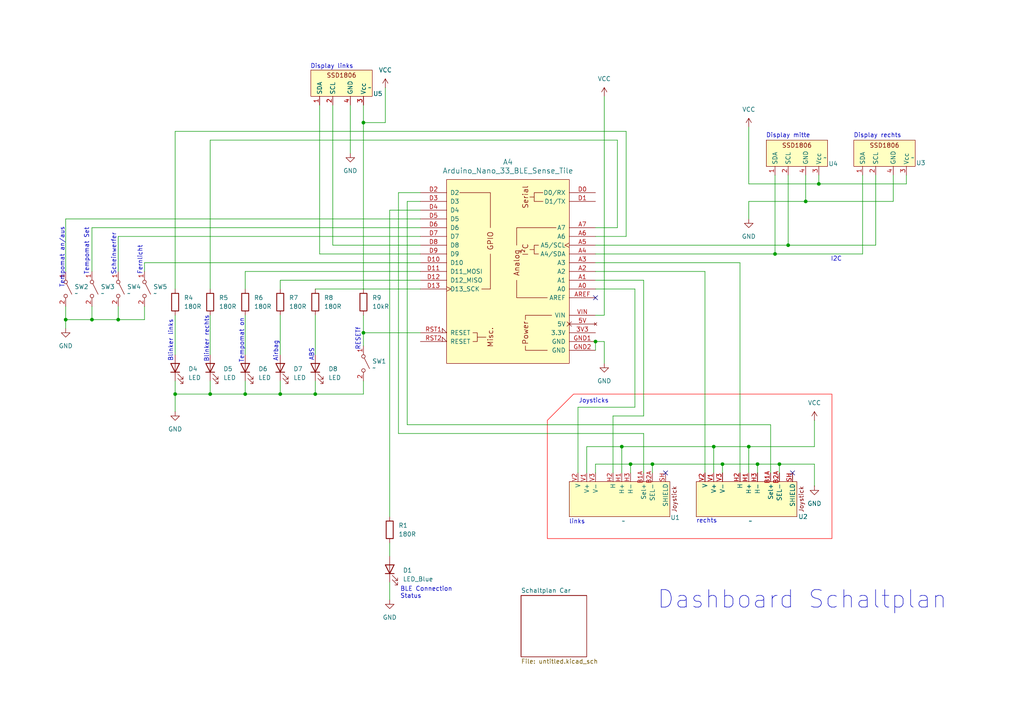
<source format=kicad_sch>
(kicad_sch (version 20250114) (generator "eeschema") (generator_version "9.0")
  (paper "A4")
  (lib_symbols
    (symbol "Device:LED" (pin_numbers (hide yes)) (pin_names (offset 1.016) (hide yes))
      (property "Reference" "D" (at 0 2.54 0))
      (property "Value" "LED" (at 0 -2.54 0))
      (symbol "LED_0_1"
        (polyline (pts (xy -3.048 -0.762) (xy -4.572 -2.286) (xy -3.81 -2.286) (xy -4.572 -2.286) (xy -4.572 -1.524)))
        (polyline (pts (xy -1.778 -0.762) (xy -3.302 -2.286) (xy -2.54 -2.286) (xy -3.302 -2.286) (xy -3.302 -1.524)))
        (polyline (pts (xy -1.27 0) (xy 1.27 0)))
        (polyline (pts (xy -1.27 -1.27) (xy -1.27 1.27)) (stroke (width 0.254)))
        (polyline (pts (xy 1.27 -1.27) (xy 1.27 1.27) (xy -1.27 0) (xy 1.27 -1.27)) (stroke (width 0.254)))
      )
      (symbol "LED_1_1"
        (pin passive line (at -3.81 0 0) (length 2.54) (name "K") (number "1"))
        (pin passive line (at 3.81 0 180) (length 2.54) (name "A") (number "2"))
      )
    )
    (symbol "Device:R" (pin_numbers (hide yes)) (pin_names (offset 0))
      (property "Reference" "R" (at 2.032 0 90))
      (property "Value" "R" (at 0 0 90))
      (symbol "R_0_1"
        (rectangle (start -1.016 -2.54) (end 1.016 2.54) (stroke (width 0.254)))
      )
      (symbol "R_1_1"
        (pin passive line (at 0 3.81 270) (length 1.27) (name "~") (number "1"))
        (pin passive line (at 0 -3.81 90) (length 1.27) (name "~") (number "2"))
      )
    )
    (symbol "SSD1806_2"
      (property "Reference" "U" (at 9.652 -3.048 0))
      (symbol "SSD1806_2_1_1"
        (rectangle (start -8.89 3.81) (end 8.89 -3.81) (fill (type background)))
        (text "SSD1806\n" (at 0 2.286 0) (effects (font (size 1.27 1.27))))
        (pin input line (at -6.35 -6.35 90) (length 2.54) (name "SDA") (number "1"))
        (pin input line (at -2.54 -6.35 90) (length 2.54) (name "SCL") (number "2"))
        (pin input line (at 2.54 -6.35 90) (length 2.54) (name "GND") (number "4"))
        (pin input line (at 6.35 -6.35 90) (length 2.54) (name "Vcc") (number "3"))
      )
    )
    (symbol "Switch:SW_SPST" (pin_names (offset 0) (hide yes))
      (property "Reference" "SW" (at 0 3.175 0))
      (property "Value" "SW_SPST" (at 0 -2.54 0))
      (symbol "SW_SPST_0_0"
        (circle (center -2.032 0) (radius 0.508))
        (polyline (pts (xy -1.524 0.254) (xy 1.524 1.778)))
        (circle (center 2.032 0) (radius 0.508))
      )
      (symbol "SW_SPST_1_1"
        (pin passive line (at -5.08 0 0) (length 2.54) (name "A") (number "1"))
        (pin passive line (at 5.08 0 180) (length 2.54) (name "B") (number "2"))
      )
    )
    (symbol "arduino-library:Arduino_Nano_33_BLE_Sense_Tile" (pin_names (offset 1.016))
      (property "Reference" "A" (at 0 33.02 0))
      (property "Value" "Arduino_Nano_33_BLE_Sense_Tile" (at 0 29.21 0))
      (symbol "Arduino_Nano_33_BLE_Sense_Tile_0_0"
        (rectangle (start -17.78 26.67) (end 17.78 -26.67) (fill (type background)))
        (polyline (pts (xy -11.43 -22.86) (xy -5.08 -22.86) (xy -5.08 -21.59)))
        (polyline (pts (xy -10.16 22.86) (xy -7.62 22.86) (xy -7.62 20.32) (xy -10.16 20.32)))
        (polyline (pts (xy -8.89 7.62) (xy -7.62 7.62) (xy -7.62 5.08) (xy -8.89 5.08)))
        (polyline (pts (xy -7.62 21.59) (xy -6.35 21.59)))
        (polyline (pts (xy -7.62 6.35) (xy -6.35 6.35)))
        (polyline (pts (xy -5.08 -13.97) (xy -5.08 -12.7) (xy -12.7 -12.7)))
        (polyline (pts (xy 8.89 -19.05) (xy 6.35 -19.05)))
        (text "Serial" (at -5.08 21.59 900) (effects (font (size 1.524 1.524))))
        (text "I²C" (at -5.08 6.35 900) (effects (font (size 1.524 1.524))))
        (text "Power" (at -5.08 -17.78 900) (effects (font (size 1.524 1.524))))
        (text "Analog" (at -2.54 2.54 900) (effects (font (size 1.524 1.524))))
        (text "Misc." (at 5.08 -19.05 900) (effects (font (size 1.524 1.524))))
      )
      (symbol "Arduino_Nano_33_BLE_Sense_Tile_0_1"
        (polyline (pts (xy -13.97 12.7) (xy -2.54 12.7) (xy -2.54 7.62)))
        (polyline (pts (xy -11.43 -7.62) (xy -2.54 -7.62) (xy -2.54 -2.54)))
        (polyline (pts (xy 7.62 -5.08) (xy 5.08 -5.08) (xy 5.08 5.08)))
        (polyline (pts (xy 10.16 -17.78) (xy 8.89 -17.78) (xy 8.89 -20.32) (xy 10.16 -20.32)))
        (polyline (pts (xy 13.97 22.86) (xy 5.08 22.86) (xy 5.08 12.7)))
      )
      (symbol "Arduino_Nano_33_BLE_Sense_Tile_1_0"
        (text "GPIO" (at 5.08 8.89 900) (effects (font (size 1.524 1.524))))
      )
      (symbol "Arduino_Nano_33_BLE_Sense_Tile_1_1"
        (pin bidirectional line (at -25.4 22.86 0) (length 7.62) (name "D0/RX") (number "D0"))
        (pin bidirectional line (at -25.4 20.32 0) (length 7.62) (name "D1/TX") (number "D1"))
        (pin input line (at -25.4 12.7 0) (length 7.62) (name "A7") (number "A7"))
        (pin input line (at -25.4 10.16 0) (length 7.62) (name "A6") (number "A6"))
        (pin bidirectional clock (at -25.4 7.62 0) (length 7.62) (name "A5/SCL") (number "A5"))
        (pin bidirectional line (at -25.4 5.08 0) (length 7.62) (name "A4/SDA") (number "A4"))
        (pin bidirectional line (at -25.4 2.54 0) (length 7.62) (name "A3") (number "A3"))
        (pin bidirectional line (at -25.4 0 0) (length 7.62) (name "A2") (number "A2"))
        (pin bidirectional line (at -25.4 -2.54 0) (length 7.62) (name "A1") (number "A1"))
        (pin bidirectional line (at -25.4 -5.08 0) (length 7.62) (name "A0") (number "A0"))
        (pin input line (at -25.4 -7.62 0) (length 7.62) (name "AREF") (number "AREF"))
        (pin power_in line (at -25.4 -12.7 0) (length 7.62) (name "VIN") (number "VIN"))
        (pin no_connect non_logic (at -25.4 -15.24 0) (length 7.62) (name "5V") (number "5V"))
        (pin power_in line (at -25.4 -17.78 0) (length 7.62) (name "3.3V") (number "3V3"))
        (pin power_in line (at -25.4 -20.32 0) (length 7.62) (name "GND") (number "GND1"))
        (pin power_in line (at -25.4 -22.86 0) (length 7.62) (name "GND") (number "GND2"))
        (pin bidirectional line (at 25.4 22.86 180) (length 7.62) (name "D2") (number "D2"))
        (pin bidirectional line (at 25.4 20.32 180) (length 7.62) (name "D3") (number "D3"))
        (pin bidirectional line (at 25.4 17.78 180) (length 7.62) (name "D4") (number "D4"))
        (pin bidirectional line (at 25.4 15.24 180) (length 7.62) (name "D5") (number "D5"))
        (pin bidirectional line (at 25.4 12.7 180) (length 7.62) (name "D6") (number "D6"))
        (pin bidirectional line (at 25.4 10.16 180) (length 7.62) (name "D7") (number "D7"))
        (pin bidirectional line (at 25.4 7.62 180) (length 7.62) (name "D8") (number "D8"))
        (pin bidirectional line (at 25.4 5.08 180) (length 7.62) (name "D9") (number "D9"))
        (pin bidirectional line (at 25.4 2.54 180) (length 7.62) (name "D10") (number "D10"))
        (pin bidirectional line (at 25.4 0 180) (length 7.62) (name "D11_MOSI") (number "D11"))
        (pin bidirectional line (at 25.4 -2.54 180) (length 7.62) (name "D12_MISO") (number "D12"))
        (pin bidirectional clock (at 25.4 -5.08 180) (length 7.62) (name "D13_SCK") (number "D13"))
        (pin open_collector input_low (at 25.4 -17.78 180) (length 7.62) (name "RESET") (number "RST1"))
        (pin open_collector input_low (at 25.4 -20.32 180) (length 7.62) (name "RESET") (number "RST2"))
      )
    )
    (symbol "es_custom_symbols:Joystick"
      (property "Reference" "U" (at -3.048 7.366 0))
      (symbol "Joystick_1_1"
        (rectangle (start -3.81 6.35) (end 6.35 -22.86) (fill (type background)))
        (text "Joystick" (at 1.27 -24.13 0) (effects (font (size 1.27 1.27))))
        (pin output line (at -6.35 3.81 0) (length 2.54) (name "V") (number "V2"))
        (pin power_in line (at -6.35 1.27 0) (length 2.54) (name "V+") (number "V1"))
        (pin input line (at -6.35 -1.27 0) (length 2.54) (name "V-") (number "V3"))
        (pin output line (at -6.35 -6.35 0) (length 2.54) (name "H") (number "H2"))
        (pin power_in line (at -6.35 -8.89 0) (length 2.54) (name "H+") (number "H1"))
        (pin input line (at -6.35 -11.43 0) (length 2.54) (name "H-") (number "H3"))
        (pin input line (at -6.35 -15.24 0) (length 2.54) (name "Sel+") (number "B1A"))
        (pin input line (at -6.35 -17.78 0) (length 2.54) (name "SEL-") (number "B2A"))
        (pin input line (at -6.35 -21.59 0) (length 2.54) (name "SHIELD") (number "SH"))
      )
    )
    (symbol "es_custom_symbols:SSD1806"
      (property "Reference" "U" (at 9.652 -3.048 0))
      (symbol "SSD1806_1_1"
        (rectangle (start -8.89 3.81) (end 8.89 -3.81) (fill (type background)))
        (text "SSD1806\n" (at 0 2.286 0) (effects (font (size 1.27 1.27))))
        (pin input line (at -6.35 -6.35 90) (length 2.54) (name "SDA") (number "1"))
        (pin input line (at -2.54 -6.35 90) (length 2.54) (name "SCL") (number "2"))
        (pin input line (at 2.54 -6.35 90) (length 2.54) (name "GND") (number "4"))
        (pin input line (at 6.35 -6.35 90) (length 2.54) (name "Vcc") (number "3"))
      )
    )
    (symbol "power:GND" (power) (pin_numbers (hide yes)) (pin_names (offset 0) (hide yes))
      (property "Value" "GND" (at 0 -3.81 0))
      (symbol "GND_0_1"
        (polyline (pts (xy 0 0) (xy 0 -1.27) (xy 1.27 -1.27) (xy 0 -2.54) (xy -1.27 -1.27) (xy 0 -1.27)))
      )
      (symbol "GND_1_1"
        (pin power_in line (at 0 0 270) (length 0) (name "~") (number "1"))
      )
    )
    (symbol "power:VCC" (power) (pin_numbers (hide yes)) (pin_names (offset 0) (hide yes))
      (property "Value" "VCC" (at 0 3.556 0))
      (symbol "VCC_0_1"
        (polyline (pts (xy -0.762 1.27) (xy 0 2.54)))
        (polyline (pts (xy 0 2.54) (xy 0.762 1.27)))
        (polyline (pts (xy 0 0) (xy 0 2.54)))
      )
      (symbol "VCC_1_1"
        (pin power_in line (at 0 0 90) (length 0) (name "~") (number "1"))
      )
    )
  )
  (text "Joysticks" (at 172.212 116.332 0) (effects (font (size 1.27 1.27))))
  (text "Tempomat an/aus" (at 18.034 74.676 90) (effects (font (size 1.27 1.27))))
  (text "Scheinwerfer" (at 33.02 73.66 90) (effects (font (size 1.27 1.27))))
  (text "Blinker links" (at 49.53 98.806 90) (effects (font (size 1.27 1.27))))
  (text "Tempomat Set" (at 25.146 72.898 90) (effects (font (size 1.27 1.27))))
  (text "Airbag" (at 80.01 101.854 90) (effects (font (size 1.27 1.27))))
  (text "RESETf" (at 103.886 98.298 90) (effects (font (size 1.27 1.27))))
  (text "Blinker rechts" (at 59.944 98.298 90) (effects (font (size 1.27 1.27))))
  (text "links" (at 167.386 151.384 0) (effects (font (size 1.27 1.27))))
  (text "BLE Connection\nStatus" (at 116.078 171.958 0) (effects (font (size 1.27 1.27)) (justify left)))
  (text "Display rechts" (at 254.508 39.37 0) (effects (font (size 1.27 1.27))))
  (text "I2C" (at 242.57 75.184 0) (effects (font (size 1.27 1.27))))
  (text "Display mitte" (at 228.6 39.37 0) (effects (font (size 1.27 1.27))))
  (text "Display links" (at 96.266 19.304 0) (effects (font (size 1.27 1.27))))
  (text "Tempomat on" (at 70.104 98.806 90) (effects (font (size 1.27 1.27))))
  (text "ABS" (at 90.424 102.87 90) (effects (font (size 1.27 1.27))))
  (text "Dashboard Schaltplan\n" (at 232.664 173.99 0) (effects (font (size 5.08 5.08))))
  (text "rechts" (at 204.978 151.13 0) (effects (font (size 1.27 1.27))))
  (text "Fernlicht" (at 40.64 75.438 90) (effects (font (size 1.27 1.27))))
  (junction (at 237.49 53.34))
  (junction (at 180.34 129.54))
  (junction (at 219.71 134.62))
  (junction (at 209.55 134.62))
  (junction (at 105.41 35.56))
  (junction (at 81.28 114.3))
  (junction (at 105.41 96.52))
  (junction (at 228.6 71.12))
  (junction (at 34.29 92.71))
  (junction (at 60.96 114.3))
  (junction (at 26.67 92.71))
  (junction (at 226.06 134.62))
  (junction (at 189.23 134.62))
  (junction (at 233.68 58.42))
  (junction (at 91.44 114.3))
  (junction (at 172.72 99.06))
  (junction (at 224.79 73.66))
  (junction (at 217.17 129.54))
  (junction (at 71.12 114.3))
  (junction (at 50.8 114.3))
  (junction (at 182.88 134.62))
  (junction (at 207.01 129.54))
  (junction (at 19.05 92.71))
  (no_connect (at 229.87 137.16))
  (no_connect (at 193.04 137.16))
  (no_connect (at 172.72 86.36))
  (wire (pts (xy 204.47 78.74) (xy 204.47 137.16)))
  (wire (pts (xy 121.92 63.5) (xy 19.05 63.5)))
  (wire (pts (xy 113.03 157.48) (xy 113.03 161.29)))
  (wire (pts (xy 236.22 134.62) (xy 226.06 134.62)))
  (wire (pts (xy 217.17 137.16) (xy 217.17 129.54)))
  (wire (pts (xy 121.92 76.2) (xy 41.91 76.2)))
  (wire (pts (xy 101.6 30.48) (xy 101.6 44.45)))
  (wire (pts (xy 209.55 134.62) (xy 189.23 134.62)))
  (wire (pts (xy 262.89 53.34) (xy 262.89 50.8)))
  (wire (pts (xy 91.44 83.82) (xy 121.92 83.82)))
  (wire (pts (xy 50.8 38.1) (xy 181.61 38.1)))
  (wire (pts (xy 105.41 91.44) (xy 105.41 96.52)))
  (wire (pts (xy 81.28 114.3) (xy 71.12 114.3)))
  (wire (pts (xy 223.52 137.16) (xy 223.52 123.19)))
  (wire (pts (xy 224.79 73.66) (xy 250.19 73.66)))
  (wire (pts (xy 172.72 66.04) (xy 179.07 66.04)))
  (wire (pts (xy 175.26 27.94) (xy 175.26 91.44)))
  (wire (pts (xy 92.71 73.66) (xy 92.71 30.48)))
  (wire (pts (xy 179.07 40.64) (xy 60.96 40.64)))
  (wire (pts (xy 118.11 123.19) (xy 118.11 58.42)))
  (wire (pts (xy 172.72 76.2) (xy 214.63 76.2)))
  (wire (pts (xy 121.92 55.88) (xy 115.57 55.88)))
  (wire (pts (xy 105.41 114.3) (xy 91.44 114.3)))
  (wire (pts (xy 167.64 118.11) (xy 167.64 137.16)))
  (wire (pts (xy 189.23 134.62) (xy 182.88 134.62)))
  (wire (pts (xy 34.29 68.58) (xy 34.29 78.74)))
  (wire (pts (xy 60.96 110.49) (xy 60.96 114.3)))
  (wire (pts (xy 186.69 137.16) (xy 186.69 125.73)))
  (wire (pts (xy 172.72 99.06) (xy 172.72 101.6)))
  (wire (pts (xy 19.05 92.71) (xy 19.05 95.25)))
  (wire (pts (xy 113.03 168.91) (xy 113.03 173.99)))
  (wire (pts (xy 219.71 134.62) (xy 209.55 134.62)))
  (wire (pts (xy 217.17 36.83) (xy 217.17 53.34)))
  (wire (pts (xy 224.79 50.8) (xy 224.79 73.66)))
  (wire (pts (xy 237.49 53.34) (xy 262.89 53.34)))
  (wire (pts (xy 217.17 58.42) (xy 233.68 58.42)))
  (wire (pts (xy 96.52 30.48) (xy 96.52 71.12)))
  (wire (pts (xy 186.69 120.65) (xy 186.69 81.28)))
  (wire (pts (xy 182.88 134.62) (xy 182.88 137.16)))
  (wire (pts (xy 177.8 120.65) (xy 177.8 137.16)))
  (wire (pts (xy 71.12 110.49) (xy 71.12 114.3)))
  (wire (pts (xy 228.6 50.8) (xy 228.6 71.12)))
  (wire (pts (xy 180.34 137.16) (xy 180.34 129.54)))
  (wire (pts (xy 41.91 76.2) (xy 41.91 78.74)))
  (wire (pts (xy 226.06 134.62) (xy 219.71 134.62)))
  (wire (pts (xy 81.28 91.44) (xy 81.28 102.87)))
  (wire (pts (xy 226.06 137.16) (xy 226.06 134.62)))
  (wire (pts (xy 177.8 120.65) (xy 186.69 120.65)))
  (wire (pts (xy 175.26 105.41) (xy 175.26 99.06)))
  (wire (pts (xy 236.22 140.97) (xy 236.22 134.62)))
  (wire (pts (xy 254 71.12) (xy 254 50.8)))
  (wire (pts (xy 209.55 137.16) (xy 209.55 134.62)))
  (wire (pts (xy 34.29 92.71) (xy 41.91 92.71)))
  (wire (pts (xy 50.8 38.1) (xy 50.8 83.82)))
  (wire (pts (xy 259.08 58.42) (xy 233.68 58.42)))
  (wire (pts (xy 34.29 88.9) (xy 34.29 92.71)))
  (wire (pts (xy 121.92 68.58) (xy 34.29 68.58)))
  (wire (pts (xy 50.8 91.44) (xy 50.8 102.87)))
  (wire (pts (xy 50.8 110.49) (xy 50.8 114.3)))
  (wire (pts (xy 105.41 96.52) (xy 121.92 96.52)))
  (wire (pts (xy 170.18 129.54) (xy 170.18 137.16)))
  (wire (pts (xy 96.52 71.12) (xy 121.92 71.12)))
  (wire (pts (xy 167.64 118.11) (xy 184.15 118.11)))
  (wire (pts (xy 172.72 68.58) (xy 181.61 68.58)))
  (wire (pts (xy 60.96 91.44) (xy 60.96 102.87)))
  (wire (pts (xy 71.12 78.74) (xy 71.12 83.82)))
  (wire (pts (xy 184.15 83.82) (xy 172.72 83.82)))
  (wire (pts (xy 172.72 73.66) (xy 224.79 73.66)))
  (wire (pts (xy 19.05 88.9) (xy 19.05 92.71)))
  (wire (pts (xy 81.28 81.28) (xy 81.28 83.82)))
  (wire (pts (xy 233.68 50.8) (xy 233.68 58.42)))
  (wire (pts (xy 250.19 73.66) (xy 250.19 50.8)))
  (wire (pts (xy 236.22 121.92) (xy 236.22 129.54)))
  (wire (pts (xy 182.88 134.62) (xy 172.72 134.62)))
  (wire (pts (xy 259.08 50.8) (xy 259.08 58.42)))
  (wire (pts (xy 207.01 129.54) (xy 180.34 129.54)))
  (wire (pts (xy 186.69 81.28) (xy 172.72 81.28)))
  (wire (pts (xy 50.8 114.3) (xy 50.8 119.38)))
  (wire (pts (xy 81.28 110.49) (xy 81.28 114.3)))
  (wire (pts (xy 189.23 137.16) (xy 189.23 134.62)))
  (wire (pts (xy 92.71 73.66) (xy 121.92 73.66)))
  (wire (pts (xy 118.11 58.42) (xy 121.92 58.42)))
  (wire (pts (xy 207.01 137.16) (xy 207.01 129.54)))
  (wire (pts (xy 91.44 110.49) (xy 91.44 114.3)))
  (wire (pts (xy 111.76 35.56) (xy 105.41 35.56)))
  (wire (pts (xy 180.34 129.54) (xy 170.18 129.54)))
  (wire (pts (xy 175.26 91.44) (xy 172.72 91.44)))
  (wire (pts (xy 184.15 118.11) (xy 184.15 83.82)))
  (wire (pts (xy 26.67 66.04) (xy 26.67 78.74)))
  (wire (pts (xy 172.72 71.12) (xy 228.6 71.12)))
  (wire (pts (xy 121.92 66.04) (xy 26.67 66.04)))
  (wire (pts (xy 105.41 83.82) (xy 105.41 35.56)))
  (wire (pts (xy 181.61 68.58) (xy 181.61 38.1)))
  (wire (pts (xy 217.17 129.54) (xy 207.01 129.54)))
  (wire (pts (xy 172.72 137.16) (xy 172.72 134.62)))
  (wire (pts (xy 217.17 53.34) (xy 237.49 53.34)))
  (wire (pts (xy 121.92 78.74) (xy 71.12 78.74)))
  (wire (pts (xy 115.57 55.88) (xy 115.57 125.73)))
  (wire (pts (xy 121.92 81.28) (xy 81.28 81.28)))
  (wire (pts (xy 237.49 53.34) (xy 237.49 50.8)))
  (wire (pts (xy 113.03 60.96) (xy 113.03 149.86)))
  (wire (pts (xy 219.71 137.16) (xy 219.71 134.62)))
  (wire (pts (xy 228.6 71.12) (xy 254 71.12)))
  (wire (pts (xy 60.96 40.64) (xy 60.96 83.82)))
  (wire (pts (xy 105.41 110.49) (xy 105.41 114.3)))
  (wire (pts (xy 41.91 88.9) (xy 41.91 92.71)))
  (wire (pts (xy 214.63 76.2) (xy 214.63 137.16)))
  (wire (pts (xy 175.26 99.06) (xy 172.72 99.06)))
  (wire (pts (xy 91.44 91.44) (xy 91.44 102.87)))
  (wire (pts (xy 111.76 25.4) (xy 111.76 35.56)))
  (wire (pts (xy 236.22 129.54) (xy 217.17 129.54)))
  (wire (pts (xy 26.67 92.71) (xy 19.05 92.71)))
  (wire (pts (xy 217.17 58.42) (xy 217.17 63.5)))
  (wire (pts (xy 121.92 60.96) (xy 113.03 60.96)))
  (wire (pts (xy 179.07 66.04) (xy 179.07 40.64)))
  (wire (pts (xy 186.69 125.73) (xy 115.57 125.73)))
  (wire (pts (xy 71.12 91.44) (xy 71.12 102.87)))
  (wire (pts (xy 71.12 114.3) (xy 60.96 114.3)))
  (wire (pts (xy 105.41 35.56) (xy 105.41 30.48)))
  (wire (pts (xy 204.47 78.74) (xy 172.72 78.74)))
  (wire (pts (xy 60.96 114.3) (xy 50.8 114.3)))
  (wire (pts (xy 19.05 63.5) (xy 19.05 78.74)))
  (wire (pts (xy 118.11 123.19) (xy 223.52 123.19)))
  (wire (pts (xy 26.67 92.71) (xy 34.29 92.71)))
  (wire (pts (xy 105.41 96.52) (xy 105.41 100.33)))
  (wire (pts (xy 26.67 88.9) (xy 26.67 92.71)))
  (wire (pts (xy 91.44 114.3) (xy 81.28 114.3)))
  (rule_area (polyline (pts (xy 241.3 156.21) (xy 241.3 114.3) (xy 166.37 114.3) (xy 158.75 121.92) (xy 158.75 156.21))))
  (symbol (lib_id "Device:LED") (at 60.96 106.68 90) (unit 1)
    (property "Reference" "D5" (at 64.77 106.9974 90) (effects (justify right)))
    (property "Value" "LED" (at 64.77 109.5374 90) (effects (justify right)))
    (property "Description" "Light emitting diode" (effects (hide yes)))
    (property "Sim.Pins" "1=K 2=A" (effects (hide yes)))
  )
  (symbol (lib_id "Device:R") (at 113.03 153.67 0) (unit 1)
    (property "Reference" "R1" (at 115.57 152.3999 0) (effects (justify left)))
    (property "Value" "180R" (at 115.57 154.9399 0) (effects (justify left)))
    (property "Description" "Resistor" (effects (hide yes)))
  )
  (symbol (lib_id "power:GND") (at 50.8 119.38 0) (unit 1)
    (property "Reference" "#PWR018" (effects (hide yes)))
    (property "Value" "GND" (at 50.8 124.46 0))
    (property "Description" "Power symbol creates a global label with name \"GND\" , ground" (effects (hide yes)))
  )
  (symbol (lib_id "Device:R") (at 60.96 87.63 0) (unit 1)
    (property "Reference" "R5" (at 63.5 86.3599 0) (effects (justify left)))
    (property "Value" "180R" (at 63.5 88.8999 0) (effects (justify left)))
    (property "Description" "Resistor" (effects (hide yes)))
  )
  (symbol (lib_id "power:VCC") (at 217.17 36.83 0) (unit 1)
    (property "Reference" "#PWR03" (effects (hide yes)))
    (property "Value" "VCC" (at 217.17 31.75 0))
    (property "Description" "Power symbol creates a global label with name \"VCC\"" (effects (hide yes)))
  )
  (symbol (lib_id "Device:R") (at 71.12 87.63 0) (unit 1)
    (property "Reference" "R6" (at 73.66 86.3599 0) (effects (justify left)))
    (property "Value" "180R" (at 73.66 88.8999 0) (effects (justify left)))
    (property "Description" "Resistor" (effects (hide yes)))
  )
  (symbol (lib_id "Switch:SW_SPST") (at 41.91 83.82 270) (unit 1)
    (property "Reference" "SW5" (at 44.45 83.1849 90) (effects (justify left)))
    (property "Value" "~" (at 44.45 85.09 90) (effects (justify left)))
    (property "Description" "Single Pole Single Throw (SPST) switch" (effects (hide yes)))
  )
  (symbol (lib_id "Switch:SW_SPST") (at 105.41 105.41 270) (unit 1)
    (property "Reference" "SW1" (at 107.95 104.7749 90) (effects (justify left)))
    (property "Value" "~" (at 107.95 106.68 90) (effects (justify left)))
    (property "Description" "Single Pole Single Throw (SPST) switch" (effects (hide yes)))
  )
  (symbol (lib_id "Switch:SW_SPST") (at 19.05 83.82 270) (unit 1)
    (property "Reference" "SW2" (at 21.59 83.1849 90) (effects (justify left)))
    (property "Value" "~" (at 21.59 85.09 90) (effects (justify left)))
    (property "Description" "Single Pole Single Throw (SPST) switch" (effects (hide yes)))
  )
  (symbol (lib_id "es_custom_symbols:Joystick") (at 171.45 143.51 90) (mirror x) (unit 1)
    (property "Reference" "U1" (at 195.834 150.114 90))
    (property "Value" "~" (at 180.8508 151.13 90))
  )
  (symbol (lib_id "power:GND") (at 236.22 140.97 0) (unit 1)
    (property "Reference" "#PWR02" (effects (hide yes)))
    (property "Value" "GND" (at 236.22 146.05 0))
    (property "Description" "Power symbol creates a global label with name \"GND\" , ground" (effects (hide yes)))
  )
  (symbol (lib_id "arduino-library:Arduino_Nano_33_BLE_Sense_Tile") (at 147.32 78.74 0) (mirror y) (unit 1)
    (property "Reference" "A4" (at 147.32 46.99 0) (effects (font (size 1.524 1.524))))
    (property "Value" "Arduino_Nano_33_BLE_Sense_Tile" (at 147.32 49.53 0) (effects (font (size 1.524 1.524))))
    (property "Footprint" "PCM_arduino-library:Arduino_Nano_Every_Tile" (effects (hide yes)))
    (property "Datasheet" "https://docs.arduino.cc/hardware/nano-33-ble-sense" (effects (hide yes)))
    (property "Description" "Tile (SMD Pads) for Arduino Nano 33 BLE Sense [R1]" (effects (hide yes)))
  )
  (symbol (lib_id "power:GND") (at 101.6 44.45 0) (unit 1)
    (property "Reference" "#PWR04" (effects (hide yes)))
    (property "Value" "GND" (at 101.6 49.53 0))
    (property "Description" "Power symbol creates a global label with name \"GND\" , ground" (effects (hide yes)))
  )
  (symbol (lib_id "Device:R") (at 50.8 87.63 0) (unit 1)
    (property "Reference" "R4" (at 53.34 86.3599 0) (effects (justify left)))
    (property "Value" "180R" (at 53.34 88.8999 0) (effects (justify left)))
    (property "Description" "Resistor" (effects (hide yes)))
  )
  (symbol (lib_id "Device:R") (at 105.41 87.63 0) (unit 1)
    (property "Reference" "R9" (at 107.95 86.3599 0) (effects (justify left)))
    (property "Value" "10kR" (at 107.95 88.8999 0) (effects (justify left)))
    (property "Description" "Resistor" (effects (hide yes)))
  )
  (symbol (lib_id "power:VCC") (at 236.22 121.92 0) (unit 1)
    (property "Reference" "#PWR06" (effects (hide yes)))
    (property "Value" "VCC" (at 236.22 116.84 0))
    (property "Description" "Power symbol creates a global label with name \"VCC\"" (effects (hide yes)))
  )
  (symbol (lib_id "power:VCC") (at 175.26 27.94 0) (unit 1)
    (property "Reference" "#PWR07" (effects (hide yes)))
    (property "Value" "VCC" (at 175.26 22.86 0))
    (property "Description" "Power symbol creates a global label with name \"VCC\"" (effects (hide yes)))
  )
  (symbol (lib_id "Device:R") (at 91.44 87.63 0) (unit 1)
    (property "Reference" "R8" (at 93.98 86.3599 0) (effects (justify left)))
    (property "Value" "180R" (at 93.98 88.8999 0) (effects (justify left)))
    (property "Description" "Resistor" (effects (hide yes)))
  )
  (symbol (lib_id "Device:LED") (at 91.44 106.68 90) (unit 1)
    (property "Reference" "D8" (at 95.25 106.9974 90) (effects (justify right)))
    (property "Value" "LED" (at 95.25 109.5374 90) (effects (justify right)))
    (property "Description" "Light emitting diode" (effects (hide yes)))
    (property "Sim.Pins" "1=K 2=A" (effects (hide yes)))
  )
  (symbol (lib_id "Device:LED") (at 113.03 165.1 90) (unit 1)
    (property "Reference" "D1" (at 116.84 165.4174 90) (effects (justify right)))
    (property "Value" "LED_Blue" (at 116.84 167.9574 90) (effects (justify right)))
    (property "Description" "Light emitting diode" (effects (hide yes)))
    (property "Sim.Pins" "1=K 2=A" (effects (hide yes)))
  )
  (symbol (lib_id "power:GND") (at 217.17 63.5 0) (unit 1)
    (property "Reference" "#PWR01" (effects (hide yes)))
    (property "Value" "GND" (at 217.17 68.58 0))
    (property "Description" "Power symbol creates a global label with name \"GND\" , ground" (effects (hide yes)))
  )
  (symbol (lib_id "Device:LED") (at 71.12 106.68 90) (unit 1)
    (property "Reference" "D6" (at 74.93 106.9974 90) (effects (justify right)))
    (property "Value" "LED" (at 74.93 109.5374 90) (effects (justify right)))
    (property "Description" "Light emitting diode" (effects (hide yes)))
    (property "Sim.Pins" "1=K 2=A" (effects (hide yes)))
  )
  (symbol (lib_id "Switch:SW_SPST") (at 34.29 83.82 270) (unit 1)
    (property "Reference" "SW4" (at 36.83 83.1849 90) (effects (justify left)))
    (property "Value" "~" (at 36.83 85.09 90) (effects (justify left)))
    (property "Description" "Single Pole Single Throw (SPST) switch" (effects (hide yes)))
  )
  (symbol (lib_id "es_custom_symbols:SSD1806") (at 256.54 44.45 0) (unit 1)
    (property "Reference" "U3" (at 265.684 47.244 0) (effects (justify left)))
    (property "Value" "~" (at 264.16 45.72 0) (effects (justify left)))
  )
  (symbol (lib_id "power:GND") (at 113.03 173.99 0) (unit 1)
    (property "Reference" "#PWR09" (effects (hide yes)))
    (property "Value" "GND" (at 113.03 179.07 0))
    (property "Description" "Power symbol creates a global label with name \"GND\" , ground" (effects (hide yes)))
  )
  (symbol (lib_id "es_custom_symbols:SSD1806") (at 99.06 24.13 0) (unit 1)
    (property "Reference" "U5" (at 108.204 27.178 0) (effects (justify left)))
    (property "Value" "~" (at 106.68 25.4 0) (effects (justify left)))
  )
  (symbol (lib_id "power:GND") (at 175.26 105.41 0) (unit 1)
    (property "Reference" "#PWR08" (effects (hide yes)))
    (property "Value" "GND" (at 175.26 110.49 0))
    (property "Description" "Power symbol creates a global label with name \"GND\" , ground" (effects (hide yes)))
  )
  (symbol (lib_name "SSD1806_2") (lib_id "es_custom_symbols:SSD1806") (at 231.14 44.45 0) (unit 1)
    (property "Reference" "U4" (at 240.284 47.498 0) (effects (justify left)))
    (property "Value" "~" (at 238.76 45.72 0) (effects (justify left)))
  )
  (symbol (lib_id "Device:LED") (at 50.8 106.68 90) (unit 1)
    (property "Reference" "D4" (at 54.61 106.9974 90) (effects (justify right)))
    (property "Value" "LED" (at 54.61 109.5374 90) (effects (justify right)))
    (property "Description" "Light emitting diode" (effects (hide yes)))
    (property "Sim.Pins" "1=K 2=A" (effects (hide yes)))
  )
  (symbol (lib_id "Device:R") (at 81.28 87.63 0) (unit 1)
    (property "Reference" "R7" (at 83.82 86.3599 0) (effects (justify left)))
    (property "Value" "180R" (at 83.82 88.8999 0) (effects (justify left)))
    (property "Description" "Resistor" (effects (hide yes)))
  )
  (symbol (lib_id "es_custom_symbols:Joystick") (at 208.28 143.51 90) (mirror x) (unit 1)
    (property "Reference" "U2" (at 232.918 149.86 90))
    (property "Value" "~" (at 217.6808 151.13 90))
  )
  (symbol (lib_id "power:GND") (at 19.05 95.25 0) (unit 1)
    (property "Reference" "#PWR017" (effects (hide yes)))
    (property "Value" "GND" (at 19.05 100.33 0))
    (property "Description" "Power symbol creates a global label with name \"GND\" , ground" (effects (hide yes)))
  )
  (symbol (lib_id "power:VCC") (at 111.76 25.4 0) (unit 1)
    (property "Reference" "#PWR05" (effects (hide yes)))
    (property "Value" "VCC" (at 111.76 20.32 0))
    (property "Description" "Power symbol creates a global label with name \"VCC\"" (effects (hide yes)))
  )
  (symbol (lib_id "Device:LED") (at 81.28 106.68 90) (unit 1)
    (property "Reference" "D7" (at 85.09 106.9974 90) (effects (justify right)))
    (property "Value" "LED" (at 85.09 109.5374 90) (effects (justify right)))
    (property "Description" "Light emitting diode" (effects (hide yes)))
    (property "Sim.Pins" "1=K 2=A" (effects (hide yes)))
  )
  (symbol (lib_id "Switch:SW_SPST") (at 26.67 83.82 270) (unit 1)
    (property "Reference" "SW3" (at 29.21 83.1849 90) (effects (justify left)))
    (property "Value" "~" (at 29.21 85.09 90) (effects (justify left)))
    (property "Description" "Single Pole Single Throw (SPST) switch" (effects (hide yes)))
  )
  (sheet (at 151.13 172.72) (size 19.05 17.78) (stroke (width 0.1524))
    (property "Sheetname" "Schaltplan Car" (at 151.13 172.0084 0) (effects (justify left bottom)))
    (property "Sheetfile" "untitled.kicad_sch" (at 151.13 191.0846 0) (effects (justify left top)))
  )
)
</source>
